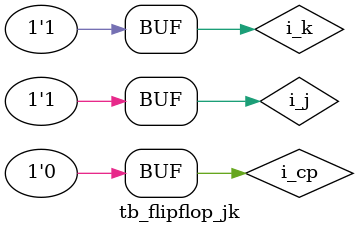
<source format=v>
module tb_flipflop_jk;
reg i_cp;
reg i_j;
reg i_k;
wire o_q;
wire o_q_;

initial begin
    i_cp = 1'b0;
    i_j = 1'b0;
    i_k = 1'b0;
    
    #100;  // 100ns
    i_cp = 1'b1;
    i_j = 1'b0;
    i_k = 1'b0;

    #50;  // 150ns
    i_cp = 1'b0;

    #50;  // 200ns
    i_cp = 1'b1;
    i_j = 1'b0;
    i_k = 1'b1;
    
    #50;  // 250ns
    i_cp = 1'b0;

    #50;  // 300ns
    i_cp = 1'b1;
    i_j = 1'b1;
    i_k = 1'b0;

    #50;  // 350ns
    i_cp = 1'b0;

    #50;  // 400ns
    i_cp = 1'b1;
    i_j = 1'b1;
    i_k = 1'b1;
    
    #50;  // 450ns
    i_cp = 1'b0;
end

flipflop_jk dut(
    .clockpulse(i_cp),
    .preset(1'b1),
    .clear(1'b0),
    .jack(i_j),
    .kilby(i_k),
    .signal_q(o_q),
    .signal_q_(o_q_)
);

endmodule

</source>
